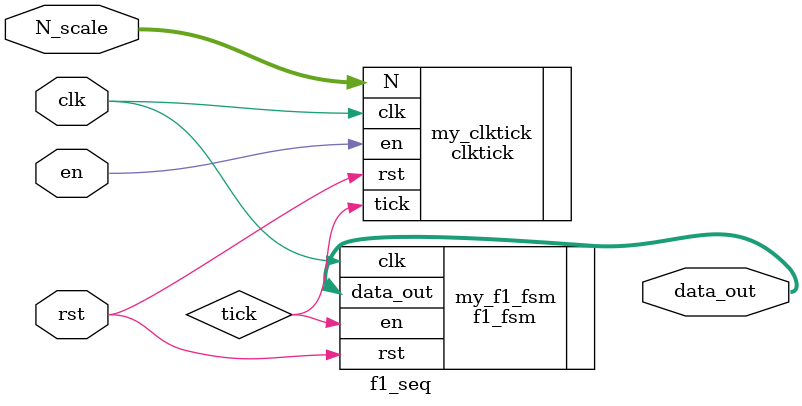
<source format=sv>
module f1_seq (
    input logic [15:0] N_scale,
    input logic en,
    input logic rst,
    input logic clk,
    output logic [7:0] data_out
);

  logic tick;

  clktick my_clktick (
      .N(N_scale),
      .en(en),
      .rst(rst),
      .clk(clk),
      .tick(tick)
  );

  f1_fsm my_f1_fsm (
      .rst(rst),
      .en(tick),
      .clk(clk),
      .data_out(data_out)
  );

endmodule

</source>
